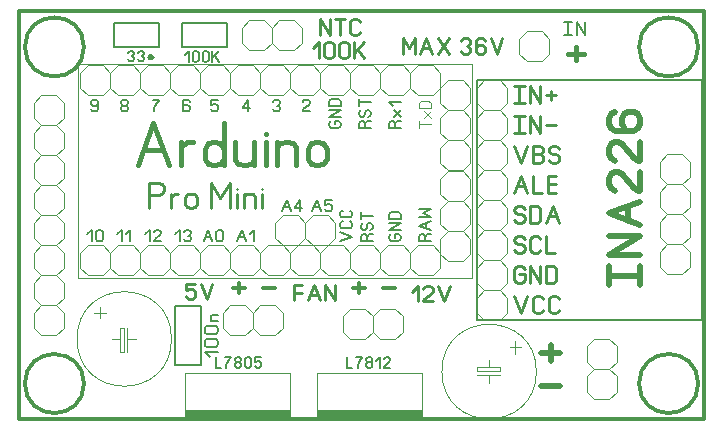
<source format=gbr>
%FSLAX34Y34*%
%MOMM*%
%LNSILK_TOP*%
G71*
G01*
%ADD10C, 0.10*%
%ADD11C, 0.17*%
%ADD12C, 0.00*%
%ADD13C, 0.12*%
%ADD14C, 0.44*%
%ADD15C, 0.27*%
%ADD16C, 0.30*%
%ADD17C, 0.12*%
%ADD18C, 0.21*%
%ADD19C, 0.15*%
%ADD20C, 0.24*%
%ADD21C, 0.48*%
%ADD22C, 0.16*%
%ADD23C, 0.40*%
%ADD24C, 0.20*%
%ADD25C, 0.25*%
%ADD26C, 0.32*%
%LPD*%
G54D10*
X238125Y939850D02*
X244425Y946150D01*
X257225Y946150D01*
X263525Y939850D01*
X263525Y927050D01*
X257225Y920750D01*
X244425Y920750D01*
X238125Y927050D01*
X238125Y939850D01*
G54D10*
X111125Y939850D02*
X117425Y946150D01*
X130225Y946150D01*
X136525Y939850D01*
X136525Y927050D01*
X130225Y920750D01*
X117425Y920750D01*
X111125Y927050D01*
X111125Y939850D01*
G54D10*
X136525Y939850D02*
X142825Y946150D01*
X155625Y946150D01*
X161925Y939850D01*
X161925Y927050D01*
X155625Y920750D01*
X142825Y920750D01*
X136525Y927050D01*
X136525Y939850D01*
G54D10*
X161925Y939850D02*
X168225Y946150D01*
X181025Y946150D01*
X187325Y939850D01*
X187325Y927050D01*
X181025Y920750D01*
X168225Y920750D01*
X161925Y927050D01*
X161925Y939850D01*
G54D10*
X187325Y939850D02*
X193625Y946150D01*
X206425Y946150D01*
X212725Y939850D01*
X212725Y927050D01*
X206425Y920750D01*
X193625Y920750D01*
X187325Y927050D01*
X187325Y939850D01*
G54D10*
X212725Y939850D02*
X219025Y946150D01*
X231825Y946150D01*
X238125Y939850D01*
X238125Y927050D01*
X231825Y920750D01*
X219025Y920750D01*
X212725Y927050D01*
X212725Y939850D01*
G54D10*
X60325Y939850D02*
X66625Y946150D01*
X79425Y946150D01*
X85725Y939850D01*
X85725Y927050D01*
X79425Y920750D01*
X66625Y920750D01*
X60325Y927050D01*
X60325Y939850D01*
G54D10*
X238125Y787450D02*
X244425Y793750D01*
X257225Y793750D01*
X263525Y787450D01*
X263525Y774650D01*
X257225Y768350D01*
X244425Y768350D01*
X238125Y774650D01*
X238125Y787450D01*
G54D10*
X111125Y787450D02*
X117425Y793750D01*
X130225Y793750D01*
X136525Y787450D01*
X136525Y774650D01*
X130225Y768350D01*
X117425Y768350D01*
X111125Y774650D01*
X111125Y787450D01*
G54D10*
X161925Y787450D02*
X168225Y793750D01*
X181025Y793750D01*
X187325Y787450D01*
X187325Y774650D01*
X181025Y768350D01*
X168225Y768350D01*
X161925Y774650D01*
X161925Y787450D01*
G54D10*
X187325Y787450D02*
X193625Y793750D01*
X206425Y793750D01*
X212725Y787450D01*
X212725Y774650D01*
X206425Y768350D01*
X193625Y768350D01*
X187325Y774650D01*
X187325Y787450D01*
G54D10*
X212725Y787450D02*
X219025Y793750D01*
X231825Y793750D01*
X238125Y787450D01*
X238125Y774650D01*
X231825Y768350D01*
X219025Y768350D01*
X212725Y774650D01*
X212725Y787450D01*
G54D10*
X60325Y787450D02*
X66625Y793750D01*
X79425Y793750D01*
X85725Y787450D01*
X85725Y774650D01*
X79425Y768350D01*
X66625Y768350D01*
X60325Y774650D01*
X60325Y787450D01*
G54D10*
X85725Y787450D02*
X92025Y793750D01*
X104825Y793750D01*
X111125Y787450D01*
X111125Y774650D01*
X104825Y768350D01*
X92025Y768350D01*
X85725Y774650D01*
X85725Y787450D01*
G54D11*
X280417Y797221D02*
X290195Y800888D01*
X280417Y804554D01*
G54D11*
X288361Y813843D02*
X289584Y813110D01*
X290195Y811643D01*
X290195Y810176D01*
X289584Y808710D01*
X288361Y807976D01*
X282250Y807976D01*
X281028Y808710D01*
X280417Y810176D01*
X280417Y811643D01*
X281028Y813110D01*
X282250Y813843D01*
G54D11*
X288361Y823132D02*
X289584Y822398D01*
X290195Y820932D01*
X290195Y819465D01*
X289584Y817998D01*
X288361Y817265D01*
X282250Y817265D01*
X281028Y817998D01*
X280417Y819465D01*
X280417Y820932D01*
X281028Y822398D01*
X282250Y823132D01*
G54D11*
X193234Y797002D02*
X196901Y806780D01*
X200567Y797002D01*
G54D11*
X194701Y800669D02*
X199101Y800669D01*
G54D11*
X203989Y803113D02*
X207656Y806780D01*
X207656Y797002D01*
G54D11*
X164660Y797002D02*
X168326Y806780D01*
X171993Y797002D01*
G54D11*
X166126Y800669D02*
X170526Y800669D01*
G54D11*
X181281Y804946D02*
X181281Y798835D01*
X180548Y797613D01*
X179081Y797002D01*
X177615Y797002D01*
X176148Y797613D01*
X175415Y798835D01*
X175415Y804946D01*
X176148Y806169D01*
X177615Y806780D01*
X179081Y806780D01*
X180548Y806169D01*
X181281Y804946D01*
G54D11*
X115443Y803113D02*
X119110Y806780D01*
X119110Y797002D01*
G54D11*
X128399Y797002D02*
X122532Y797002D01*
X122532Y797613D01*
X123266Y798835D01*
X127666Y802502D01*
X128399Y803724D01*
X128399Y804946D01*
X127666Y806169D01*
X126199Y806780D01*
X124732Y806780D01*
X123266Y806169D01*
X122532Y804946D01*
G54D11*
X91630Y803126D02*
X95297Y806793D01*
X95297Y797015D01*
G54D11*
X98719Y803126D02*
X102386Y806793D01*
X102386Y797015D01*
G54D11*
X66231Y803113D02*
X69897Y806780D01*
X69897Y797002D01*
G54D11*
X79186Y804946D02*
X79186Y798835D01*
X78453Y797613D01*
X76986Y797002D01*
X75520Y797002D01*
X74053Y797613D01*
X73320Y798835D01*
X73320Y804946D01*
X74053Y806169D01*
X75520Y806780D01*
X76986Y806780D01*
X78453Y806169D01*
X79186Y804946D01*
G54D11*
X69096Y908978D02*
X69829Y907756D01*
X71296Y907145D01*
X72762Y907145D01*
X74229Y907756D01*
X74962Y908978D01*
X74962Y912034D01*
X74962Y912645D01*
X72762Y911423D01*
X71296Y911423D01*
X69829Y912034D01*
X69096Y913256D01*
X69096Y915089D01*
X69829Y916312D01*
X71296Y916923D01*
X72762Y916923D01*
X74229Y916312D01*
X74962Y915089D01*
X74962Y912034D01*
G54D11*
X121423Y916885D02*
X127289Y916885D01*
X126556Y915663D01*
X125089Y913829D01*
X123623Y911385D01*
X122889Y909552D01*
X122889Y907107D01*
G54D11*
X152750Y915088D02*
X152017Y916311D01*
X150550Y916922D01*
X149084Y916922D01*
X147617Y916311D01*
X146884Y915088D01*
X146884Y912033D01*
X146884Y911422D01*
X149084Y912644D01*
X150550Y912644D01*
X152017Y912033D01*
X152750Y910811D01*
X152750Y908977D01*
X152017Y907755D01*
X150550Y907144D01*
X149084Y907144D01*
X147617Y907755D01*
X146884Y908977D01*
X146884Y912033D01*
G54D11*
X176563Y916922D02*
X170696Y916922D01*
X170696Y912644D01*
X171430Y912644D01*
X172896Y913255D01*
X174363Y913255D01*
X175830Y912644D01*
X176563Y911422D01*
X176563Y908977D01*
X175830Y907755D01*
X174363Y907144D01*
X172896Y907144D01*
X171430Y907755D01*
X170696Y908977D01*
G54D11*
X202067Y907161D02*
X202067Y916939D01*
X197667Y910828D01*
X197667Y909606D01*
X203533Y909606D01*
G54D11*
X223100Y915088D02*
X223833Y916311D01*
X225300Y916922D01*
X226767Y916922D01*
X228233Y916311D01*
X228967Y915088D01*
X228967Y913866D01*
X228233Y912644D01*
X226767Y912033D01*
X228233Y911422D01*
X228967Y910200D01*
X228967Y908977D01*
X228233Y907755D01*
X226767Y907144D01*
X225300Y907144D01*
X223833Y907755D01*
X223100Y908977D01*
G54D11*
X254350Y907144D02*
X248484Y907144D01*
X248484Y907755D01*
X249217Y908977D01*
X253617Y912644D01*
X254350Y913866D01*
X254350Y915088D01*
X253617Y916311D01*
X252150Y916922D01*
X250684Y916922D01*
X249217Y916311D01*
X248484Y915088D01*
G54D11*
X275781Y896028D02*
X275781Y898961D01*
X278836Y898961D01*
X280058Y898228D01*
X280670Y896761D01*
X280670Y895294D01*
X280058Y893828D01*
X278836Y893094D01*
X272725Y893094D01*
X271503Y893828D01*
X270892Y895294D01*
X270892Y896761D01*
X271503Y898228D01*
X272725Y898961D01*
G54D11*
X280670Y902383D02*
X270892Y902383D01*
X280670Y908250D01*
X270892Y908250D01*
G54D11*
X280670Y911672D02*
X270892Y911672D01*
X270892Y915339D01*
X271503Y916806D01*
X272725Y917539D01*
X278836Y917539D01*
X280058Y916806D01*
X280670Y915339D01*
X280670Y911672D01*
G54D12*
X58369Y766296D02*
X58369Y947270D01*
X391744Y947271D01*
X391744Y766296D01*
X58369Y766296D01*
G54D10*
X263525Y939850D02*
X269825Y946150D01*
X282625Y946150D01*
X288925Y939850D01*
X288925Y927050D01*
X282625Y920750D01*
X269825Y920750D01*
X263525Y927050D01*
X263525Y939850D01*
G54D10*
X136525Y787450D02*
X142825Y793750D01*
X155625Y793750D01*
X161925Y787450D01*
X161925Y774650D01*
X155625Y768350D01*
X142825Y768350D01*
X136525Y774650D01*
X136525Y787450D01*
G54D10*
X263525Y787450D02*
X269825Y793750D01*
X282625Y793750D01*
X288925Y787450D01*
X288925Y774650D01*
X282625Y768350D01*
X269825Y768350D01*
X263525Y774650D01*
X263525Y787450D01*
G54D10*
X85725Y939850D02*
X92025Y946150D01*
X104825Y946150D01*
X111125Y939850D01*
X111125Y927050D01*
X104825Y920750D01*
X92025Y920750D01*
X85725Y927050D01*
X85725Y939850D01*
G54D10*
X288925Y939850D02*
X295225Y946150D01*
X308025Y946150D01*
X314325Y939850D01*
X314325Y927050D01*
X308025Y920750D01*
X295225Y920750D01*
X288925Y927050D01*
X288925Y939850D01*
G54D10*
X314325Y939850D02*
X320625Y946150D01*
X333425Y946150D01*
X339725Y939850D01*
X339725Y927050D01*
X333425Y920750D01*
X320625Y920750D01*
X314325Y927050D01*
X314325Y939850D01*
G54D10*
X339725Y939850D02*
X346025Y946150D01*
X358825Y946150D01*
X365125Y939850D01*
X365125Y927050D01*
X358825Y920750D01*
X346025Y920750D01*
X339725Y927050D01*
X339725Y939850D01*
G54D10*
X288925Y787450D02*
X295225Y793750D01*
X308025Y793750D01*
X314325Y787450D01*
X314325Y774650D01*
X308025Y768350D01*
X295225Y768350D01*
X288925Y774650D01*
X288925Y787450D01*
G54D10*
X314325Y787450D02*
X320625Y793750D01*
X333425Y793750D01*
X339725Y787450D01*
X339725Y774650D01*
X333425Y768350D01*
X320625Y768350D01*
X314325Y774650D01*
X314325Y787450D01*
G54D10*
X339725Y787450D02*
X346025Y793750D01*
X358825Y793750D01*
X365125Y787450D01*
X365125Y774650D01*
X358825Y768350D01*
X346025Y768350D01*
X339725Y774650D01*
X339725Y787450D01*
G54D11*
X98162Y912033D02*
X96696Y912033D01*
X95229Y912645D01*
X94496Y913867D01*
X94496Y915089D01*
X95229Y916311D01*
X96696Y916922D01*
X98162Y916922D01*
X99629Y916311D01*
X100362Y915089D01*
X100362Y913867D01*
X99629Y912645D01*
X98162Y912033D01*
X99629Y911422D01*
X100362Y910200D01*
X100362Y908978D01*
X99629Y907756D01*
X98162Y907145D01*
X96696Y907145D01*
X95229Y907756D01*
X94496Y908978D01*
X94496Y910200D01*
X95229Y911422D01*
X96696Y912033D01*
G54D11*
X140843Y803112D02*
X144510Y806779D01*
X144510Y797001D01*
G54D11*
X147932Y804946D02*
X148666Y806168D01*
X150132Y806779D01*
X151599Y806779D01*
X153066Y806168D01*
X153799Y804946D01*
X153799Y803724D01*
X153066Y802501D01*
X151599Y801890D01*
X153066Y801279D01*
X153799Y800057D01*
X153799Y798835D01*
X153066Y797612D01*
X151599Y797001D01*
X150132Y797001D01*
X148666Y797612D01*
X147932Y798835D01*
G54D13*
X356870Y896046D02*
X347092Y896046D01*
G54D13*
X347092Y893112D02*
X347092Y898979D01*
G54D13*
X351370Y901668D02*
X356870Y907535D01*
G54D13*
X356870Y901668D02*
X351370Y907535D01*
G54D13*
X356870Y910224D02*
X347092Y910224D01*
X347092Y913891D01*
X347703Y915358D01*
X348926Y916091D01*
X355037Y916091D01*
X356259Y915358D01*
X356870Y913891D01*
X356870Y910224D01*
G54D11*
X326575Y896028D02*
X327797Y898228D01*
X329019Y898962D01*
X331464Y898962D01*
G54D11*
X331464Y893095D02*
X321686Y893095D01*
X321686Y896762D01*
X322297Y898228D01*
X323519Y898962D01*
X324741Y898962D01*
X325964Y898228D01*
X326575Y896762D01*
X326575Y893095D01*
G54D11*
X325964Y902384D02*
X331464Y908250D01*
G54D11*
X331464Y902384D02*
X325964Y908250D01*
G54D11*
X325352Y911673D02*
X321686Y915340D01*
X331464Y915340D01*
G54D11*
X301181Y896011D02*
X302403Y898211D01*
X303625Y898944D01*
X306070Y898944D01*
G54D11*
X306070Y893077D02*
X296292Y893077D01*
X296292Y896744D01*
X296903Y898211D01*
X298125Y898944D01*
X299347Y898944D01*
X300570Y898211D01*
X301181Y896744D01*
X301181Y893077D01*
G54D11*
X304236Y902366D02*
X305458Y903100D01*
X306070Y904566D01*
X306070Y906033D01*
X305458Y907500D01*
X304236Y908233D01*
X303014Y908233D01*
X301792Y907500D01*
X301181Y906033D01*
X301181Y904566D01*
X300570Y903100D01*
X299347Y902366D01*
X298125Y902366D01*
X296903Y903100D01*
X296292Y904566D01*
X296292Y906033D01*
X296903Y907500D01*
X298125Y908233D01*
G54D11*
X306070Y914589D02*
X296292Y914589D01*
G54D11*
X296292Y911655D02*
X296292Y917522D01*
G54D11*
X302769Y800144D02*
X303991Y802344D01*
X305213Y803078D01*
X307658Y803078D01*
G54D11*
X307658Y797211D02*
X297880Y797211D01*
X297880Y800878D01*
X298491Y802344D01*
X299713Y803078D01*
X300935Y803078D01*
X302158Y802344D01*
X302769Y800878D01*
X302769Y797211D01*
G54D11*
X305824Y806500D02*
X307047Y807234D01*
X307658Y808700D01*
X307658Y810167D01*
X307047Y811634D01*
X305824Y812367D01*
X304602Y812367D01*
X303380Y811634D01*
X302769Y810167D01*
X302769Y808700D01*
X302158Y807234D01*
X300935Y806500D01*
X299713Y806500D01*
X298491Y807234D01*
X297880Y808700D01*
X297880Y810167D01*
X298491Y811634D01*
X299713Y812367D01*
G54D11*
X307658Y818722D02*
X297880Y818722D01*
G54D11*
X297880Y815789D02*
X297880Y821656D01*
G54D11*
X326581Y800162D02*
X326581Y803095D01*
X329636Y803095D01*
X330859Y802362D01*
X331470Y800895D01*
X331470Y799428D01*
X330859Y797962D01*
X329636Y797228D01*
X323525Y797228D01*
X322303Y797962D01*
X321692Y799428D01*
X321692Y800895D01*
X322303Y802362D01*
X323525Y803095D01*
G54D11*
X331470Y806517D02*
X321692Y806517D01*
X331470Y812384D01*
X321692Y812384D01*
G54D11*
X331470Y815806D02*
X321692Y815806D01*
X321692Y819473D01*
X322303Y820940D01*
X323525Y821673D01*
X329636Y821673D01*
X330859Y820940D01*
X331470Y819473D01*
X331470Y815806D01*
G54D11*
X351981Y800162D02*
X353203Y802362D01*
X354426Y803095D01*
X356870Y803095D01*
G54D11*
X356870Y797228D02*
X347092Y797228D01*
X347092Y800895D01*
X347703Y802362D01*
X348926Y803095D01*
X350148Y803095D01*
X351370Y802362D01*
X351981Y800895D01*
X351981Y797228D01*
G54D11*
X356870Y806517D02*
X347092Y810184D01*
X356870Y813851D01*
G54D11*
X353203Y807984D02*
X353203Y812384D01*
G54D11*
X347092Y817272D02*
X356870Y817272D01*
X350759Y820939D01*
X356870Y824606D01*
X347092Y824606D01*
G54D10*
X250825Y812850D02*
X257125Y819150D01*
X269925Y819150D01*
X276225Y812850D01*
X276225Y800050D01*
X269925Y793750D01*
X257125Y793750D01*
X250825Y800050D01*
X250825Y812850D01*
G54D10*
X225425Y812850D02*
X231725Y819150D01*
X244525Y819150D01*
X250825Y812850D01*
X250825Y800050D01*
X244525Y793750D01*
X231725Y793750D01*
X225425Y800050D01*
X225425Y812850D01*
G54D10*
X371425Y780256D02*
X365125Y786556D01*
X365125Y799356D01*
X371425Y805656D01*
X384225Y805656D01*
X390525Y799356D01*
X390525Y786556D01*
X384225Y780256D01*
X371425Y780256D01*
G54D10*
X371425Y805656D02*
X365125Y811956D01*
X365125Y824756D01*
X371425Y831056D01*
X384225Y831056D01*
X390525Y824756D01*
X390525Y811956D01*
X384225Y805656D01*
X371425Y805656D01*
G54D10*
X371425Y831056D02*
X365125Y837356D01*
X365125Y850156D01*
X371425Y856456D01*
X384225Y856456D01*
X390525Y850156D01*
X390525Y837356D01*
X384225Y831056D01*
X371425Y831056D01*
G54D10*
X371425Y857250D02*
X365125Y863549D01*
X365125Y876349D01*
X371425Y882649D01*
X384225Y882649D01*
X390525Y876349D01*
X390525Y863549D01*
X384225Y857249D01*
X371425Y857250D01*
G54D10*
X371425Y882650D02*
X365125Y888949D01*
X365125Y901750D01*
X371425Y908050D01*
X384225Y908050D01*
X390525Y901749D01*
X390525Y888949D01*
X384225Y882649D01*
X371425Y882650D01*
G54D10*
X371425Y908050D02*
X365125Y914349D01*
X365125Y927150D01*
X371425Y933450D01*
X384225Y933450D01*
X390525Y927149D01*
X390525Y914350D01*
X384225Y908050D01*
X371425Y908050D01*
G54D11*
X231334Y822402D02*
X235001Y832180D01*
X238667Y822402D01*
G54D11*
X232801Y826069D02*
X237201Y826069D01*
G54D11*
X246489Y822402D02*
X246489Y832180D01*
X242089Y826069D01*
X242089Y824846D01*
X247956Y824846D01*
G54D11*
X256734Y822402D02*
X260401Y832180D01*
X264067Y822402D01*
G54D11*
X258201Y826069D02*
X262601Y826069D01*
G54D11*
X273356Y832180D02*
X267489Y832180D01*
X267489Y827902D01*
X268222Y827902D01*
X269689Y828513D01*
X271156Y828513D01*
X272622Y827902D01*
X273356Y826680D01*
X273356Y824235D01*
X272622Y823013D01*
X271156Y822402D01*
X269689Y822402D01*
X268222Y823013D01*
X267489Y824235D01*
G54D14*
X108696Y861316D02*
X122029Y896872D01*
X135362Y861316D01*
G54D14*
X114029Y874649D02*
X130029Y874649D01*
G54D14*
X145140Y861316D02*
X145140Y881316D01*
G54D14*
X145140Y876872D02*
X150474Y881316D01*
X155807Y881316D01*
G54D14*
X181586Y861316D02*
X181586Y896872D01*
G54D14*
X181586Y875538D02*
X178919Y879983D01*
X173586Y881316D01*
X168252Y879983D01*
X165586Y875538D01*
X165586Y866649D01*
X168252Y862205D01*
X173586Y861316D01*
X178919Y862205D01*
X181586Y866649D01*
G54D14*
X207364Y881316D02*
X207364Y861316D01*
G54D14*
X207364Y865761D02*
X204697Y862205D01*
X199364Y861316D01*
X194030Y862205D01*
X191364Y865761D01*
X191364Y881316D01*
G54D14*
X217142Y861316D02*
X217142Y881316D01*
G54D14*
X217142Y887983D02*
X217142Y887983D01*
G54D14*
X226920Y861316D02*
X226920Y881316D01*
G54D14*
X226920Y876872D02*
X229586Y879983D01*
X234920Y881316D01*
X240253Y879983D01*
X242920Y876872D01*
X242920Y861316D01*
G54D14*
X268698Y866649D02*
X268698Y875538D01*
X266031Y879983D01*
X260698Y881316D01*
X255364Y879983D01*
X252698Y875538D01*
X252698Y866649D01*
X255364Y862205D01*
X260698Y861316D01*
X266031Y862205D01*
X268698Y866649D01*
G54D15*
X118248Y825500D02*
X118248Y846833D01*
X126248Y846833D01*
X129448Y845500D01*
X131048Y842833D01*
X131048Y840167D01*
X129448Y837500D01*
X126248Y836167D01*
X118248Y836167D01*
G54D15*
X136916Y825500D02*
X136916Y837500D01*
G54D15*
X136916Y834833D02*
X140116Y837500D01*
X143316Y837500D01*
G54D15*
X158782Y828700D02*
X158782Y834033D01*
X157182Y836700D01*
X153982Y837500D01*
X150782Y836700D01*
X149182Y834033D01*
X149182Y828700D01*
X150782Y826033D01*
X153982Y825500D01*
X157182Y826033D01*
X158782Y828700D01*
G54D15*
X170836Y825500D02*
X170836Y846833D01*
X178836Y833500D01*
X186836Y846833D01*
X186836Y825500D01*
G54D15*
X192704Y825500D02*
X192704Y837500D01*
G54D15*
X192704Y841500D02*
X192704Y841500D01*
G54D15*
X198570Y825500D02*
X198570Y837500D01*
G54D15*
X198570Y834833D02*
X200170Y836700D01*
X203370Y837500D01*
X206570Y836700D01*
X208170Y834833D01*
X208170Y825500D01*
G54D15*
X214038Y825500D02*
X214038Y837500D01*
G54D15*
X214038Y841500D02*
X214038Y841500D01*
G54D16*
X8338Y991650D02*
X588338Y991650D01*
X588338Y646650D01*
X8338Y646650D01*
X8338Y991650D01*
G54D16*
G75*
G01X63338Y961650D02*
G03X63338Y961650I-25000J0D01*
G01*
G54D16*
G75*
G01X63337Y676650D02*
G03X63337Y676650I-25000J0D01*
G01*
G54D16*
G75*
G01X583338Y676650D02*
G03X583338Y676650I-25000J0D01*
G01*
G54D16*
G75*
G01X583338Y961650D02*
G03X583338Y961650I-25000J0D01*
G01*
G54D10*
X39738Y742950D02*
X46038Y749250D01*
X46038Y762050D01*
X39738Y768350D01*
X26937Y768350D01*
X20638Y762050D01*
X20638Y749250D01*
X26937Y742950D01*
X39738Y742950D01*
G54D10*
X39738Y768350D02*
X46038Y774650D01*
X46038Y787450D01*
X39737Y793750D01*
X26938Y793750D01*
X20638Y787450D01*
X20638Y774650D01*
X26937Y768350D01*
X39738Y768350D01*
G54D10*
X39737Y793750D02*
X46038Y800050D01*
X46038Y812850D01*
X39738Y819150D01*
X26938Y819150D01*
X20638Y812850D01*
X20638Y800050D01*
X26938Y793750D01*
X39737Y793750D01*
G54D10*
X39738Y819150D02*
X46038Y825450D01*
X46038Y838250D01*
X39738Y844550D01*
X26938Y844550D01*
X20638Y838250D01*
X20638Y825450D01*
X26938Y819150D01*
X39738Y819150D01*
G54D10*
X39738Y844550D02*
X46038Y850850D01*
X46038Y863650D01*
X39738Y869950D01*
X26938Y869950D01*
X20638Y863650D01*
X20638Y850850D01*
X26938Y844550D01*
X39738Y844550D01*
G54D10*
X39738Y869950D02*
X46038Y876250D01*
X46038Y889050D01*
X39738Y895350D01*
X26937Y895350D01*
X20638Y889050D01*
X20638Y876250D01*
X26938Y869950D01*
X39738Y869950D01*
G54D10*
X39738Y895350D02*
X46038Y901650D01*
X46038Y914450D01*
X39738Y920750D01*
X26937Y920750D01*
X20638Y914450D01*
X20638Y901650D01*
X26937Y895350D01*
X39738Y895350D01*
G54D10*
X46038Y736650D02*
X39738Y742950D01*
X26937Y742950D01*
X20637Y736650D01*
X20638Y723850D01*
X26937Y717550D01*
X39737Y717550D01*
X46038Y723850D01*
X46038Y736650D01*
G54D10*
X96975Y703675D02*
X93775Y703675D01*
X93775Y723675D01*
X96975Y723675D01*
X96975Y703675D01*
G54D10*
X100175Y703675D02*
X100175Y723675D01*
G54D10*
G75*
G01X137475Y714375D02*
G03X137475Y714375I-40000J0D01*
G01*
G54D10*
X100475Y714375D02*
X107475Y714375D01*
G54D10*
X93475Y714375D02*
X87475Y714375D01*
G54D17*
X71475Y736575D02*
X82175Y736575D01*
G54D17*
X76775Y732175D02*
X76775Y741075D01*
G54D10*
X395700Y687250D02*
X395700Y690450D01*
X415700Y690450D01*
X415700Y687250D01*
X395700Y687250D01*
G54D10*
X395700Y684050D02*
X415700Y684050D01*
G54D10*
G75*
G01X446400Y686750D02*
G03X446400Y686750I-40000J0D01*
G01*
G54D10*
X406400Y683750D02*
X406400Y676750D01*
G54D10*
X406400Y690750D02*
X406400Y696750D01*
G54D17*
X428600Y712750D02*
X428600Y702050D01*
G54D17*
X424200Y707450D02*
X433100Y707450D01*
G54D18*
X339900Y646944D02*
X339900Y646251D01*
X339322Y646251D01*
X339322Y646944D01*
X339900Y646944D01*
X339900Y646251D01*
G36*
X238175Y654025D02*
X149375Y654025D01*
X149375Y647625D01*
X238175Y647625D01*
X238175Y654025D01*
G37*
G54D10*
X238175Y654025D02*
X149375Y654025D01*
X149375Y647625D01*
X238175Y647625D01*
X238175Y654025D01*
G54D10*
X238175Y647625D02*
X238175Y685625D01*
X149175Y685625D01*
X149175Y647625D01*
X238175Y647625D01*
G54D10*
X495250Y714375D02*
X488950Y708075D01*
X488950Y695275D01*
X495250Y688975D01*
X508050Y688975D01*
X514350Y695275D01*
X514350Y708075D01*
X508050Y714375D01*
X495250Y714375D01*
G54D10*
X495250Y688975D02*
X488950Y682675D01*
X488950Y669875D01*
X495250Y663575D01*
X508050Y663575D01*
X514350Y669875D01*
X514350Y682675D01*
X508050Y688975D01*
X495250Y688975D01*
G54D16*
X8338Y991650D02*
X588338Y991650D01*
X588338Y646650D01*
X8338Y646650D01*
X8338Y991650D01*
G54D16*
G75*
G01X63338Y961650D02*
G03X63338Y961650I-25000J0D01*
G01*
G54D16*
G75*
G01X63337Y676650D02*
G03X63337Y676650I-25000J0D01*
G01*
G54D16*
G75*
G01X583338Y676650D02*
G03X583338Y676650I-25000J0D01*
G01*
G54D16*
G75*
G01X583338Y961650D02*
G03X583338Y961650I-25000J0D01*
G01*
G36*
X349300Y654025D02*
X260500Y654025D01*
X260500Y647625D01*
X349300Y647625D01*
X349300Y654025D01*
G37*
G54D10*
X349300Y654025D02*
X260500Y654025D01*
X260500Y647625D01*
X349300Y647625D01*
X349300Y654025D01*
G54D10*
X349300Y647625D02*
X349300Y685625D01*
X260300Y685625D01*
X260300Y647625D01*
X349300Y647625D01*
G54D10*
X282575Y720675D02*
X288875Y714375D01*
X301675Y714375D01*
X307975Y720675D01*
X307975Y733475D01*
X301675Y739775D01*
X288875Y739775D01*
X282575Y733475D01*
X282575Y720675D01*
G54D10*
X307975Y720675D02*
X314275Y714375D01*
X327075Y714375D01*
X333375Y720675D01*
X333375Y733475D01*
X327075Y739775D01*
X314275Y739775D01*
X307975Y733475D01*
X307975Y720675D01*
G54D10*
X231775Y736650D02*
X225475Y742950D01*
X212675Y742950D01*
X206375Y736650D01*
X206375Y723850D01*
X212675Y717550D01*
X225475Y717550D01*
X231775Y723850D01*
X231775Y736650D01*
G54D10*
X206375Y736650D02*
X200075Y742950D01*
X187275Y742950D01*
X180975Y736650D01*
X180975Y723850D01*
X187275Y717550D01*
X200075Y717550D01*
X206375Y723850D01*
X206375Y736650D01*
G54D19*
X162147Y692190D02*
X140147Y692190D01*
X140147Y742190D01*
X162147Y742190D01*
X162147Y692190D01*
G54D18*
X169798Y698861D02*
X165465Y703194D01*
X177021Y703194D01*
G54D18*
X167632Y714171D02*
X174854Y714171D01*
X176298Y713304D01*
X177021Y711571D01*
X177021Y709838D01*
X176298Y708104D01*
X174854Y707238D01*
X167632Y707238D01*
X166187Y708104D01*
X165465Y709838D01*
X165465Y711571D01*
X166187Y713304D01*
X167632Y714171D01*
G54D18*
X167632Y725148D02*
X174854Y725148D01*
X176298Y724281D01*
X177021Y722548D01*
X177021Y720815D01*
X176298Y719081D01*
X174854Y718215D01*
X167632Y718215D01*
X166187Y719081D01*
X165465Y720815D01*
X165465Y722548D01*
X166187Y724281D01*
X167632Y725148D01*
G54D18*
X177021Y729192D02*
X170521Y729192D01*
G54D18*
X171965Y729192D02*
X170954Y730058D01*
X170521Y731792D01*
X170954Y733525D01*
X171965Y734392D01*
X177021Y734392D01*
G54D20*
X157468Y761302D02*
X149468Y761302D01*
X149468Y755469D01*
X150468Y755469D01*
X152468Y756302D01*
X154468Y756302D01*
X156468Y755469D01*
X157468Y753802D01*
X157468Y750469D01*
X156468Y748802D01*
X154468Y747969D01*
X152468Y747969D01*
X150468Y748802D01*
X149468Y750469D01*
G54D20*
X162135Y761302D02*
X167135Y747969D01*
X172135Y761302D01*
G54D20*
X241156Y746994D02*
X241156Y760327D01*
X248156Y760327D01*
G54D20*
X241156Y753660D02*
X248156Y753660D01*
G54D20*
X252823Y746994D02*
X257823Y760327D01*
X262823Y746994D01*
G54D20*
X254823Y751994D02*
X260823Y751994D01*
G54D20*
X267490Y746994D02*
X267490Y760327D01*
X275490Y746994D01*
X275490Y760327D01*
G54D20*
X340966Y754458D02*
X345966Y759458D01*
X345966Y746125D01*
G54D20*
X358633Y746125D02*
X350633Y746125D01*
X350633Y746958D01*
X351633Y748625D01*
X357633Y753625D01*
X358633Y755292D01*
X358633Y756958D01*
X357633Y758625D01*
X355633Y759458D01*
X353633Y759458D01*
X351633Y758625D01*
X350633Y756958D01*
G54D20*
X363300Y759458D02*
X368300Y746125D01*
X373300Y759458D01*
G54D21*
X466725Y674133D02*
X450725Y674133D01*
G54D21*
X466725Y702708D02*
X450725Y702708D01*
G54D21*
X458725Y696042D02*
X458725Y709375D01*
G54D19*
X146075Y961550D02*
X146075Y981550D01*
X184075Y981550D01*
X184075Y961550D01*
X146075Y961550D01*
G54D22*
X148825Y954703D02*
X152159Y958036D01*
X152159Y949148D01*
G54D22*
X160603Y956370D02*
X160603Y950814D01*
X159936Y949703D01*
X158603Y949148D01*
X157269Y949148D01*
X155936Y949703D01*
X155269Y950814D01*
X155269Y956370D01*
X155936Y957481D01*
X157269Y958036D01*
X158603Y958036D01*
X159936Y957481D01*
X160603Y956370D01*
G54D22*
X169047Y956370D02*
X169047Y950814D01*
X168380Y949703D01*
X167047Y949148D01*
X165713Y949148D01*
X164380Y949703D01*
X163713Y950814D01*
X163713Y956370D01*
X164380Y957481D01*
X165713Y958036D01*
X167047Y958036D01*
X168380Y957481D01*
X169047Y956370D01*
G54D22*
X172157Y949148D02*
X172157Y958036D01*
G54D22*
X172157Y951925D02*
X177491Y958036D01*
G54D22*
X174157Y953592D02*
X177491Y949148D01*
G54D18*
X469979Y971425D02*
X476912Y971425D01*
G54D18*
X473445Y971425D02*
X473445Y982981D01*
G54D18*
X469979Y982981D02*
X476912Y982981D01*
G54D18*
X480956Y971425D02*
X480956Y982981D01*
X487889Y971425D01*
X487889Y982981D01*
G54D23*
X473154Y955747D02*
X486487Y955747D01*
G54D23*
X479820Y961303D02*
X479820Y950192D01*
G54D20*
X333454Y955550D02*
X333454Y968883D01*
X338454Y960550D01*
X343454Y968883D01*
X343454Y955550D01*
G54D20*
X348121Y955550D02*
X353121Y968883D01*
X358121Y955550D01*
G54D20*
X350121Y960550D02*
X356121Y960550D01*
G54D20*
X362788Y968883D02*
X372788Y955550D01*
G54D20*
X362788Y955550D02*
X372788Y968883D01*
G54D20*
X382322Y966383D02*
X383322Y968050D01*
X385322Y968883D01*
X387322Y968883D01*
X389322Y968050D01*
X390322Y966383D01*
X390322Y964717D01*
X389322Y963050D01*
X387322Y962217D01*
X389322Y961383D01*
X390322Y959717D01*
X390322Y958050D01*
X389322Y956383D01*
X387322Y955550D01*
X385322Y955550D01*
X383322Y956383D01*
X382322Y958050D01*
G54D20*
X402989Y966383D02*
X401989Y968050D01*
X399989Y968883D01*
X397989Y968883D01*
X395989Y968050D01*
X394989Y966383D01*
X394989Y962217D01*
X394989Y961383D01*
X397989Y963050D01*
X399989Y963050D01*
X401989Y962217D01*
X402989Y960550D01*
X402989Y958050D01*
X401989Y956383D01*
X399989Y955550D01*
X397989Y955550D01*
X395989Y956383D01*
X394989Y958050D01*
X394989Y962217D01*
G54D20*
X407656Y968883D02*
X412656Y955550D01*
X417656Y968883D01*
G54D24*
X586581Y933450D02*
X396081Y933450D01*
X396081Y730250D01*
X586581Y730250D01*
X586581Y933450D01*
G54D10*
X415181Y831850D02*
X421481Y838150D01*
X421481Y850950D01*
X415181Y857250D01*
X402381Y857250D01*
X396081Y850950D01*
X396081Y838150D01*
X402381Y831850D01*
X415181Y831850D01*
G54D10*
X415181Y857250D02*
X421481Y863550D01*
X421481Y876350D01*
X415181Y882650D01*
X402381Y882650D01*
X396081Y876350D01*
X396081Y863550D01*
X402381Y857250D01*
X415181Y857250D01*
G54D10*
X415181Y882650D02*
X421481Y888950D01*
X421481Y901750D01*
X415181Y908050D01*
X402381Y908050D01*
X396081Y901750D01*
X396081Y888950D01*
X402381Y882650D01*
X415181Y882650D01*
G54D10*
X415181Y908050D02*
X421481Y914350D01*
X421481Y927150D01*
X415181Y933450D01*
X402381Y933450D01*
X396081Y927150D01*
X396081Y914350D01*
X402381Y908050D01*
X415181Y908050D01*
G54D10*
X415181Y730250D02*
X421481Y736550D01*
X421481Y749350D01*
X415181Y755650D01*
X402381Y755650D01*
X396081Y749350D01*
X396081Y736550D01*
X402381Y730250D01*
X415181Y730250D01*
G54D10*
X415181Y755650D02*
X421481Y761950D01*
X421481Y774750D01*
X415181Y781050D01*
X402381Y781050D01*
X396081Y774750D01*
X396081Y761950D01*
X402381Y755650D01*
X415181Y755650D01*
G54D10*
X415181Y781050D02*
X421481Y787350D01*
X421481Y800150D01*
X415181Y806450D01*
X402381Y806450D01*
X396081Y800150D01*
X396081Y787350D01*
X402381Y781050D01*
X415181Y781050D01*
G54D10*
X415181Y806450D02*
X421481Y812750D01*
X421481Y825550D01*
X415181Y831850D01*
X402381Y831850D01*
X396081Y825550D01*
X396081Y812750D01*
X402381Y806450D01*
X415181Y806450D01*
G54D25*
X427831Y914400D02*
X436365Y914400D01*
G54D25*
X432098Y914400D02*
X432098Y928622D01*
G54D25*
X427831Y928622D02*
X436365Y928622D01*
G54D25*
X441342Y914400D02*
X441342Y928622D01*
X449876Y914400D01*
X449876Y928622D01*
G54D25*
X454853Y920622D02*
X463387Y920622D01*
G54D25*
X459120Y924178D02*
X459120Y917067D01*
G54D25*
X427831Y889000D02*
X436365Y889000D01*
G54D25*
X432098Y889000D02*
X432098Y903222D01*
G54D25*
X427831Y903222D02*
X436365Y903222D01*
G54D25*
X441342Y889000D02*
X441342Y903222D01*
X449876Y889000D01*
X449876Y903222D01*
G54D25*
X454853Y895222D02*
X463387Y895222D01*
G54D25*
X427831Y877822D02*
X433165Y863600D01*
X438498Y877822D01*
G54D25*
X443476Y863600D02*
X443476Y877822D01*
X448810Y877822D01*
X450943Y876933D01*
X452010Y875156D01*
X452010Y873378D01*
X450943Y871600D01*
X448810Y870711D01*
X450943Y869822D01*
X452010Y868044D01*
X452010Y866267D01*
X450943Y864489D01*
X448810Y863600D01*
X443476Y863600D01*
G54D25*
X443476Y870711D02*
X448810Y870711D01*
G54D25*
X456987Y866267D02*
X458054Y864489D01*
X460187Y863600D01*
X462321Y863600D01*
X464454Y864489D01*
X465521Y866267D01*
X465521Y868044D01*
X464454Y869822D01*
X462321Y870711D01*
X460187Y870711D01*
X458054Y871600D01*
X456987Y873378D01*
X456987Y875156D01*
X458054Y876933D01*
X460187Y877822D01*
X462321Y877822D01*
X464454Y876933D01*
X465521Y875156D01*
G54D25*
X427831Y838200D02*
X433165Y852422D01*
X438498Y838200D01*
G54D25*
X429965Y843533D02*
X436365Y843533D01*
G54D25*
X443476Y852422D02*
X443476Y838200D01*
X450943Y838200D01*
G54D25*
X463388Y838200D02*
X455921Y838200D01*
X455921Y852422D01*
X463388Y852422D01*
G54D25*
X455921Y845311D02*
X463388Y845311D01*
G54D25*
X427831Y815467D02*
X428898Y813689D01*
X431031Y812800D01*
X433165Y812800D01*
X435298Y813689D01*
X436365Y815467D01*
X436365Y817244D01*
X435298Y819022D01*
X433165Y819911D01*
X431031Y819911D01*
X428898Y820800D01*
X427831Y822578D01*
X427831Y824356D01*
X428898Y826133D01*
X431031Y827022D01*
X433165Y827022D01*
X435298Y826133D01*
X436365Y824356D01*
G54D25*
X441342Y812800D02*
X441342Y827022D01*
X446676Y827022D01*
X448809Y826133D01*
X449876Y824356D01*
X449876Y815467D01*
X448809Y813689D01*
X446676Y812800D01*
X441342Y812800D01*
G54D25*
X454853Y812800D02*
X460187Y827022D01*
X465520Y812800D01*
G54D25*
X456987Y818133D02*
X463387Y818133D01*
G54D25*
X427831Y790067D02*
X428898Y788289D01*
X431031Y787400D01*
X433165Y787400D01*
X435298Y788289D01*
X436365Y790067D01*
X436365Y791844D01*
X435298Y793622D01*
X433165Y794511D01*
X431031Y794511D01*
X428898Y795400D01*
X427831Y797178D01*
X427831Y798956D01*
X428898Y800733D01*
X431031Y801622D01*
X433165Y801622D01*
X435298Y800733D01*
X436365Y798956D01*
G54D25*
X449876Y790067D02*
X448809Y788289D01*
X446676Y787400D01*
X444542Y787400D01*
X442409Y788289D01*
X441342Y790067D01*
X441342Y798956D01*
X442409Y800733D01*
X444542Y801622D01*
X446676Y801622D01*
X448809Y800733D01*
X449876Y798956D01*
G54D25*
X454853Y801622D02*
X454853Y787400D01*
X462320Y787400D01*
G54D25*
X432098Y769111D02*
X436365Y769111D01*
X436365Y764667D01*
X435298Y762889D01*
X433165Y762000D01*
X431031Y762000D01*
X428898Y762889D01*
X427831Y764667D01*
X427831Y773556D01*
X428898Y775333D01*
X431031Y776222D01*
X433165Y776222D01*
X435298Y775333D01*
X436365Y773556D01*
G54D25*
X441342Y762000D02*
X441342Y776222D01*
X449876Y762000D01*
X449876Y776222D01*
G54D25*
X454853Y762000D02*
X454853Y776222D01*
X460187Y776222D01*
X462320Y775333D01*
X463387Y773556D01*
X463387Y764667D01*
X462320Y762889D01*
X460187Y762000D01*
X454853Y762000D01*
G54D25*
X427831Y750822D02*
X433165Y736600D01*
X438498Y750822D01*
G54D25*
X452010Y739267D02*
X450943Y737489D01*
X448810Y736600D01*
X446676Y736600D01*
X444543Y737489D01*
X443476Y739267D01*
X443476Y748156D01*
X444543Y749933D01*
X446676Y750822D01*
X448810Y750822D01*
X450943Y749933D01*
X452010Y748156D01*
G54D25*
X465521Y739267D02*
X464454Y737489D01*
X462321Y736600D01*
X460187Y736600D01*
X458054Y737489D01*
X456987Y739267D01*
X456987Y748156D01*
X458054Y749933D01*
X460187Y750822D01*
X462321Y750822D01*
X464454Y749933D01*
X465521Y748156D01*
G54D21*
X534231Y759935D02*
X534231Y775935D01*
G54D21*
X534231Y767935D02*
X507564Y767935D01*
G54D21*
X507564Y759935D02*
X507564Y775935D01*
G54D21*
X534231Y785268D02*
X507564Y785268D01*
X534231Y801268D01*
X507564Y801268D01*
G54D21*
X534231Y810601D02*
X507564Y820601D01*
X534231Y830601D01*
G54D21*
X524231Y814601D02*
X524231Y826601D01*
G54D21*
X534231Y855934D02*
X534231Y839934D01*
X532564Y839934D01*
X529231Y841934D01*
X519231Y853934D01*
X515898Y855934D01*
X512564Y855934D01*
X509231Y853934D01*
X507564Y849934D01*
X507564Y845934D01*
X509231Y841934D01*
X512564Y839934D01*
G54D21*
X534231Y881267D02*
X534231Y865267D01*
X532564Y865267D01*
X529231Y867267D01*
X519231Y879267D01*
X515898Y881267D01*
X512564Y881267D01*
X509231Y879267D01*
X507564Y875267D01*
X507564Y871267D01*
X509231Y867267D01*
X512564Y865267D01*
G54D21*
X512564Y906600D02*
X509231Y904600D01*
X507564Y900600D01*
X507564Y896600D01*
X509231Y892600D01*
X512564Y890600D01*
X520898Y890600D01*
X522564Y890600D01*
X519231Y896600D01*
X519231Y900600D01*
X520898Y904600D01*
X524231Y906600D01*
X529231Y906600D01*
X532564Y904600D01*
X534231Y900600D01*
X534231Y896600D01*
X532564Y892600D01*
X529231Y890600D01*
X520898Y890600D01*
G54D22*
X286024Y699056D02*
X286024Y690167D01*
X290691Y690167D01*
G54D22*
X293802Y699056D02*
X299135Y699056D01*
X298469Y697944D01*
X297135Y696278D01*
X295802Y694056D01*
X295135Y692389D01*
X295135Y690167D01*
G54D22*
X305579Y694611D02*
X304246Y694611D01*
X302913Y695167D01*
X302246Y696278D01*
X302246Y697389D01*
X302913Y698500D01*
X304246Y699056D01*
X305579Y699056D01*
X306913Y698500D01*
X307579Y697389D01*
X307579Y696278D01*
X306913Y695167D01*
X305579Y694611D01*
X306913Y694056D01*
X307579Y692944D01*
X307579Y691833D01*
X306913Y690722D01*
X305579Y690167D01*
X304246Y690167D01*
X302913Y690722D01*
X302246Y691833D01*
X302246Y692944D01*
X302913Y694056D01*
X304246Y694611D01*
G54D22*
X310690Y695722D02*
X314023Y699056D01*
X314023Y690167D01*
G54D22*
X322467Y690167D02*
X317134Y690167D01*
X317134Y690722D01*
X317801Y691833D01*
X321801Y695167D01*
X322467Y696278D01*
X322467Y697389D01*
X321801Y698500D01*
X320467Y699056D01*
X319134Y699056D01*
X317801Y698500D01*
X317134Y697389D01*
G54D22*
X174899Y699056D02*
X174899Y690167D01*
X179566Y690167D01*
G54D22*
X182677Y699056D02*
X188010Y699056D01*
X187344Y697944D01*
X186010Y696278D01*
X184677Y694056D01*
X184010Y692389D01*
X184010Y690167D01*
G54D22*
X194454Y694611D02*
X193121Y694611D01*
X191788Y695167D01*
X191121Y696278D01*
X191121Y697389D01*
X191788Y698500D01*
X193121Y699056D01*
X194454Y699056D01*
X195788Y698500D01*
X196454Y697389D01*
X196454Y696278D01*
X195788Y695167D01*
X194454Y694611D01*
X195788Y694056D01*
X196454Y692944D01*
X196454Y691833D01*
X195788Y690722D01*
X194454Y690167D01*
X193121Y690167D01*
X191788Y690722D01*
X191121Y691833D01*
X191121Y692944D01*
X191788Y694056D01*
X193121Y694611D01*
G54D22*
X204898Y697389D02*
X204898Y691833D01*
X204232Y690722D01*
X202898Y690167D01*
X201565Y690167D01*
X200232Y690722D01*
X199565Y691833D01*
X199565Y697389D01*
X200232Y698500D01*
X201565Y699056D01*
X202898Y699056D01*
X204232Y698500D01*
X204898Y697389D01*
G54D22*
X213342Y699056D02*
X208009Y699056D01*
X208009Y695167D01*
X208676Y695167D01*
X210009Y695722D01*
X211342Y695722D01*
X212676Y695167D01*
X213342Y694056D01*
X213342Y691833D01*
X212676Y690722D01*
X211342Y690167D01*
X210009Y690167D01*
X208676Y690722D01*
X208009Y691833D01*
G54D10*
X196850Y965150D02*
X203150Y958850D01*
X215950Y958850D01*
X222250Y965150D01*
X222250Y977950D01*
X215950Y984250D01*
X203150Y984250D01*
X196850Y977950D01*
X196850Y965150D01*
G54D10*
X222250Y965150D02*
X228550Y958850D01*
X241350Y958850D01*
X247650Y965150D01*
X247650Y977950D01*
X241350Y984250D01*
X228550Y984250D01*
X222250Y977950D01*
X222250Y965150D01*
G54D20*
X263525Y971550D02*
X263525Y984883D01*
X271525Y971550D01*
X271525Y984883D01*
G54D20*
X280192Y971550D02*
X280192Y984883D01*
G54D20*
X276192Y984883D02*
X284192Y984883D01*
G54D20*
X296859Y974050D02*
X295859Y972383D01*
X293859Y971550D01*
X291859Y971550D01*
X289859Y972383D01*
X288859Y974050D01*
X288859Y982383D01*
X289859Y984050D01*
X291859Y984883D01*
X293859Y984883D01*
X295859Y984050D01*
X296859Y982383D01*
G54D19*
X126975Y981550D02*
X126975Y961550D01*
X88975Y961550D01*
X88975Y981550D01*
X126975Y981550D01*
G54D22*
X100544Y956601D02*
X101211Y957712D01*
X102544Y958268D01*
X103878Y958268D01*
X105211Y957712D01*
X105878Y956601D01*
X105878Y955490D01*
X105211Y954379D01*
X103878Y953823D01*
X105211Y953268D01*
X105878Y952156D01*
X105878Y951045D01*
X105211Y949934D01*
X103878Y949379D01*
X102544Y949379D01*
X101211Y949934D01*
X100544Y951045D01*
G54D22*
X108988Y956601D02*
X109655Y957712D01*
X110988Y958268D01*
X112322Y958268D01*
X113655Y957712D01*
X114322Y956601D01*
X114322Y955490D01*
X113655Y954379D01*
X112322Y953823D01*
X113655Y953268D01*
X114322Y952156D01*
X114322Y951045D01*
X113655Y949934D01*
X112322Y949379D01*
X110988Y949379D01*
X109655Y949934D01*
X108988Y951045D01*
G54D22*
X117432Y953268D02*
X122766Y953268D01*
G54D22*
X120099Y955490D02*
X120099Y951045D01*
G54D22*
X118099Y954934D02*
X122099Y951601D01*
G54D22*
X118099Y951601D02*
X122099Y954934D01*
G54D20*
X257175Y960833D02*
X262175Y965833D01*
X262175Y952500D01*
G54D20*
X274842Y963333D02*
X274842Y955000D01*
X273842Y953333D01*
X271842Y952500D01*
X269842Y952500D01*
X267842Y953333D01*
X266842Y955000D01*
X266842Y963333D01*
X267842Y965000D01*
X269842Y965833D01*
X271842Y965833D01*
X273842Y965000D01*
X274842Y963333D01*
G54D20*
X287509Y963333D02*
X287509Y955000D01*
X286509Y953333D01*
X284509Y952500D01*
X282509Y952500D01*
X280509Y953333D01*
X279509Y955000D01*
X279509Y963333D01*
X280509Y965000D01*
X282509Y965833D01*
X284509Y965833D01*
X286509Y965000D01*
X287509Y963333D01*
G54D20*
X292176Y952500D02*
X292176Y965833D01*
G54D20*
X292176Y956667D02*
X300176Y965833D01*
G54D20*
X295176Y959167D02*
X300176Y952500D01*
G54D26*
X225425Y757397D02*
X214758Y757397D01*
G54D26*
X200025Y757397D02*
X189358Y757397D01*
G54D26*
X194692Y752953D02*
X194692Y761842D01*
G54D26*
X327025Y757397D02*
X316358Y757397D01*
G54D26*
X301625Y757397D02*
X290958Y757397D01*
G54D26*
X296292Y752952D02*
X296292Y761841D01*
G54D10*
X438100Y974725D02*
X431800Y968425D01*
X431800Y955625D01*
X438100Y949325D01*
X450900Y949325D01*
X457200Y955625D01*
X457200Y968425D01*
X450900Y974725D01*
X438100Y974725D01*
G54D10*
X556938Y768950D02*
X550637Y775250D01*
X550637Y788050D01*
X556937Y794350D01*
X569737Y794350D01*
X576037Y788050D01*
X576037Y775250D01*
X569737Y768950D01*
X556938Y768950D01*
G54D10*
X556937Y794350D02*
X550637Y800650D01*
X550637Y813450D01*
X556937Y819750D01*
X569737Y819750D01*
X576037Y813450D01*
X576037Y800650D01*
X569737Y794350D01*
X556937Y794350D01*
G54D10*
X556937Y819750D02*
X550637Y826050D01*
X550637Y838850D01*
X556937Y845150D01*
X569737Y845150D01*
X576037Y838850D01*
X576037Y826050D01*
X569737Y819750D01*
X556937Y819750D01*
G54D10*
X556937Y845150D02*
X550637Y851450D01*
X550637Y864250D01*
X556937Y870550D01*
X569737Y870550D01*
X576037Y864250D01*
X576037Y851450D01*
X569737Y845150D01*
X556937Y845150D01*
G54D10*
X39738Y895350D02*
X46038Y889050D01*
X46038Y876250D01*
X39738Y869950D01*
X26937Y869950D01*
X20638Y876250D01*
X20638Y889050D01*
X26937Y895350D01*
X39738Y895350D01*
G54D10*
X39738Y869950D02*
X46038Y863650D01*
X46038Y850850D01*
X39737Y844550D01*
X26938Y844550D01*
X20638Y850850D01*
X20638Y863650D01*
X26937Y869950D01*
X39738Y869950D01*
G54D10*
X39737Y844550D02*
X46038Y838250D01*
X46038Y825450D01*
X39738Y819150D01*
X26938Y819150D01*
X20638Y825450D01*
X20638Y838250D01*
X26938Y844550D01*
X39737Y844550D01*
G54D10*
X39738Y819150D02*
X46038Y812850D01*
X46038Y800050D01*
X39738Y793750D01*
X26938Y793750D01*
X20638Y800050D01*
X20638Y812850D01*
X26938Y819150D01*
X39738Y819150D01*
G54D10*
X39738Y793750D02*
X46038Y787450D01*
X46038Y774650D01*
X39738Y768350D01*
X26938Y768350D01*
X20638Y774650D01*
X20638Y787450D01*
X26938Y793750D01*
X39738Y793750D01*
G54D10*
X39738Y768350D02*
X46038Y762050D01*
X46038Y749250D01*
X39738Y742950D01*
X26937Y742950D01*
X20638Y749250D01*
X20638Y762050D01*
X26938Y768350D01*
X39738Y768350D01*
G54D10*
X39738Y742950D02*
X46038Y736650D01*
X46038Y723850D01*
X39738Y717550D01*
X26937Y717550D01*
X20638Y723850D01*
X20638Y736650D01*
X26937Y742950D01*
X39738Y742950D01*
G54D10*
X46038Y901650D02*
X39738Y895350D01*
X26937Y895350D01*
X20637Y901650D01*
X20638Y914450D01*
X26937Y920750D01*
X39737Y920750D01*
X46038Y914450D01*
X46038Y901650D01*
M02*

</source>
